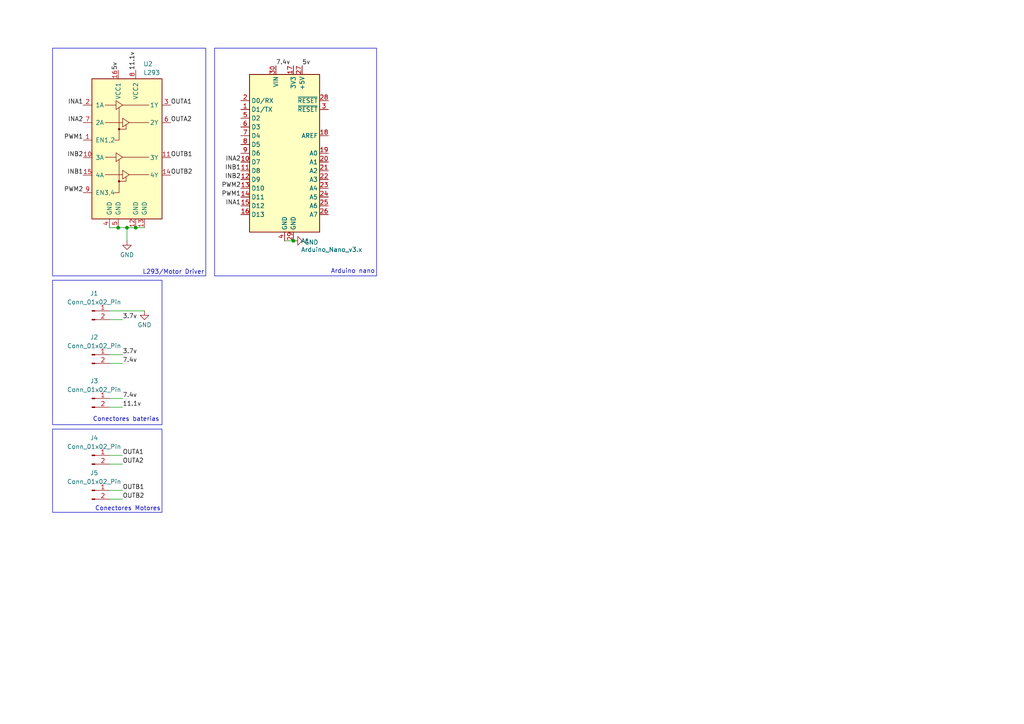
<source format=kicad_sch>
(kicad_sch (version 20231120) (generator "eeschema") (generator_version "8.0")
  (paper "A4")
  (lib_symbols
    (symbol "Connector:Conn_01x02_Pin" (pin_names (offset 1.016) hide)
      (property "Reference" "J" (at 0 2.54 0))
      (property "Value" "Conn_01x02_Pin" (at 0 -5.08 0))
      (symbol "Conn_01x02_Pin_1_1"
        (polyline (pts (xy 1.27 -2.54) (xy 0.8636 -2.54)) (stroke (width 0.1524)))
        (polyline (pts (xy 1.27 0) (xy 0.8636 0)) (stroke (width 0.1524)))
        (rectangle (start 0.8636 -2.413) (end 0 -2.667) (stroke (width 0.1524)) (fill (type outline)))
        (rectangle (start 0.8636 0.127) (end 0 -0.127) (stroke (width 0.1524)) (fill (type outline)))
        (pin passive line (at 5.08 0 180) (length 3.81) (name "Pin_1") (number "1"))
        (pin passive line (at 5.08 -2.54 180) (length 3.81) (name "Pin_2") (number "2"))
      )
    )
    (symbol "Driver_Motor:L293" (pin_names (offset 1.016))
      (property "Reference" "U" (at -5.08 26.035 0))
      (property "Value" "L293" (at -5.08 24.13 0))
      (symbol "L293_0_1"
        (rectangle (start -10.16 22.86) (end 10.16 -17.78) (stroke (width 0.254)) (fill (type background)))
        (circle (center -2.286 -6.858) (radius 0.254) (fill (type outline)))
        (circle (center -2.286 8.255) (radius 0.254) (fill (type outline)))
        (polyline (pts (xy -6.35 -4.953) (xy -1.27 -4.953)))
        (polyline (pts (xy -6.35 0.127) (xy -3.175 0.127)))
        (polyline (pts (xy -6.35 10.16) (xy -1.27 10.16)))
        (polyline (pts (xy -6.35 15.24) (xy -3.175 15.24)))
        (polyline (pts (xy -1.27 0.127) (xy 6.35 0.127)))
        (polyline (pts (xy -1.27 15.24) (xy 6.35 15.24)))
        (polyline (pts (xy 0.635 -4.953) (xy 6.35 -4.953)))
        (polyline (pts (xy 0.635 10.16) (xy 6.35 10.16)))
        (polyline (pts (xy -2.286 -6.858) (xy -0.254 -6.858) (xy -0.254 -5.588)))
        (polyline (pts (xy -2.286 -0.635) (xy -2.286 -10.16) (xy -3.556 -10.16)))
        (polyline (pts (xy -2.286 8.255) (xy -0.254 8.255) (xy -0.254 9.525)))
        (polyline (pts (xy -2.286 14.478) (xy -2.286 5.08) (xy -3.556 5.08)))
        (polyline (pts (xy -3.175 1.397) (xy -3.175 -1.143) (xy -1.27 0.127) (xy -3.175 1.397)))
        (polyline (pts (xy -3.175 16.51) (xy -3.175 13.97) (xy -1.27 15.24) (xy -3.175 16.51)))
        (polyline (pts (xy -1.27 -3.683) (xy -1.27 -6.223) (xy 0.635 -4.953) (xy -1.27 -3.683)))
        (polyline (pts (xy -1.27 11.43) (xy -1.27 8.89) (xy 0.635 10.16) (xy -1.27 11.43)))
      )
      (symbol "L293_1_1"
        (pin input line (at -12.7 5.08 0) (length 2.54) (name "EN1,2") (number "1"))
        (pin input line (at -12.7 0 0) (length 2.54) (name "3A") (number "10"))
        (pin output line (at 12.7 0 180) (length 2.54) (name "3Y") (number "11"))
        (pin power_in line (at 2.54 -20.32 90) (length 2.54) (name "GND") (number "12"))
        (pin power_in line (at 5.08 -20.32 90) (length 2.54) (name "GND") (number "13"))
        (pin output line (at 12.7 -5.08 180) (length 2.54) (name "4Y") (number "14"))
        (pin input line (at -12.7 -5.08 0) (length 2.54) (name "4A") (number "15"))
        (pin power_in line (at -2.54 25.4 270) (length 2.54) (name "VCC1") (number "16"))
        (pin input line (at -12.7 15.24 0) (length 2.54) (name "1A") (number "2"))
        (pin output line (at 12.7 15.24 180) (length 2.54) (name "1Y") (number "3"))
        (pin power_in line (at -5.08 -20.32 90) (length 2.54) (name "GND") (number "4"))
        (pin power_in line (at -2.54 -20.32 90) (length 2.54) (name "GND") (number "5"))
        (pin output line (at 12.7 10.16 180) (length 2.54) (name "2Y") (number "6"))
        (pin input line (at -12.7 10.16 0) (length 2.54) (name "2A") (number "7"))
        (pin power_in line (at 2.54 25.4 270) (length 2.54) (name "VCC2") (number "8"))
        (pin input line (at -12.7 -10.16 0) (length 2.54) (name "EN3,4") (number "9"))
      )
    )
    (symbol "MCU_Module:Arduino_Nano_v3.x"
      (property "Reference" "A" (at -10.16 23.495 0))
      (property "Value" "Arduino_Nano_v3.x" (at 5.08 -24.13 0))
      (symbol "Arduino_Nano_v3.x_0_1"
        (rectangle (start -10.16 22.86) (end 10.16 -22.86) (stroke (width 0.254)) (fill (type background)))
      )
      (symbol "Arduino_Nano_v3.x_1_1"
        (pin bidirectional line (at -12.7 12.7 0) (length 2.54) (name "D1/TX") (number "1"))
        (pin bidirectional line (at -12.7 -2.54 0) (length 2.54) (name "D7") (number "10"))
        (pin bidirectional line (at -12.7 -5.08 0) (length 2.54) (name "D8") (number "11"))
        (pin bidirectional line (at -12.7 -7.62 0) (length 2.54) (name "D9") (number "12"))
        (pin bidirectional line (at -12.7 -10.16 0) (length 2.54) (name "D10") (number "13"))
        (pin bidirectional line (at -12.7 -12.7 0) (length 2.54) (name "D11") (number "14"))
        (pin bidirectional line (at -12.7 -15.24 0) (length 2.54) (name "D12") (number "15"))
        (pin bidirectional line (at -12.7 -17.78 0) (length 2.54) (name "D13") (number "16"))
        (pin power_out line (at 2.54 25.4 270) (length 2.54) (name "3V3") (number "17"))
        (pin input line (at 12.7 5.08 180) (length 2.54) (name "AREF") (number "18"))
        (pin bidirectional line (at 12.7 0 180) (length 2.54) (name "A0") (number "19"))
        (pin bidirectional line (at -12.7 15.24 0) (length 2.54) (name "D0/RX") (number "2"))
        (pin bidirectional line (at 12.7 -2.54 180) (length 2.54) (name "A1") (number "20"))
        (pin bidirectional line (at 12.7 -5.08 180) (length 2.54) (name "A2") (number "21"))
        (pin bidirectional line (at 12.7 -7.62 180) (length 2.54) (name "A3") (number "22"))
        (pin bidirectional line (at 12.7 -10.16 180) (length 2.54) (name "A4") (number "23"))
        (pin bidirectional line (at 12.7 -12.7 180) (length 2.54) (name "A5") (number "24"))
        (pin bidirectional line (at 12.7 -15.24 180) (length 2.54) (name "A6") (number "25"))
        (pin bidirectional line (at 12.7 -17.78 180) (length 2.54) (name "A7") (number "26"))
        (pin power_out line (at 5.08 25.4 270) (length 2.54) (name "+5V") (number "27"))
        (pin input line (at 12.7 15.24 180) (length 2.54) (name "~{RESET}") (number "28"))
        (pin power_in line (at 2.54 -25.4 90) (length 2.54) (name "GND") (number "29"))
        (pin input line (at 12.7 12.7 180) (length 2.54) (name "~{RESET}") (number "3"))
        (pin power_in line (at -2.54 25.4 270) (length 2.54) (name "VIN") (number "30"))
        (pin power_in line (at 0 -25.4 90) (length 2.54) (name "GND") (number "4"))
        (pin bidirectional line (at -12.7 10.16 0) (length 2.54) (name "D2") (number "5"))
        (pin bidirectional line (at -12.7 7.62 0) (length 2.54) (name "D3") (number "6"))
        (pin bidirectional line (at -12.7 5.08 0) (length 2.54) (name "D4") (number "7"))
        (pin bidirectional line (at -12.7 2.54 0) (length 2.54) (name "D5") (number "8"))
        (pin bidirectional line (at -12.7 0 0) (length 2.54) (name "D6") (number "9"))
      )
    )
    (symbol "power:GND" (power) (pin_names (offset 0))
      (property "Value" "GND" (at 0 -3.81 0))
      (symbol "GND_0_1"
        (polyline (pts (xy 0 0) (xy 0 -1.27) (xy 1.27 -1.27) (xy 0 -2.54) (xy -1.27 -1.27) (xy 0 -1.27)))
      )
      (symbol "GND_1_1"
        (pin power_in line (at 0 0 270) (length 0) hide (name "GND") (number "1"))
      )
    )
  )
  (junction (at 39.37 66.04))
  (junction (at 34.29 66.04))
  (junction (at 85.09 69.85))
  (junction (at 36.83 66.04))
  (wire (pts (xy 35.56 102.87) (xy 31.75 102.87)))
  (wire (pts (xy 39.37 66.04) (xy 41.91 66.04)))
  (wire (pts (xy 41.91 90.17) (xy 31.75 90.17)))
  (wire (pts (xy 35.56 92.71) (xy 31.75 92.71)))
  (wire (pts (xy 35.56 134.62) (xy 31.75 134.62)))
  (wire (pts (xy 36.83 66.04) (xy 36.83 69.85)))
  (wire (pts (xy 35.56 142.24) (xy 31.75 142.24)))
  (wire (pts (xy 31.75 66.04) (xy 34.29 66.04)))
  (wire (pts (xy 34.29 66.04) (xy 36.83 66.04)))
  (wire (pts (xy 82.55 69.85) (xy 85.09 69.85)))
  (wire (pts (xy 35.56 105.41) (xy 31.75 105.41)))
  (wire (pts (xy 35.56 132.08) (xy 31.75 132.08)))
  (wire (pts (xy 35.56 118.11) (xy 31.75 118.11)))
  (wire (pts (xy 35.56 144.78) (xy 31.75 144.78)))
  (wire (pts (xy 36.83 66.04) (xy 39.37 66.04)))
  (wire (pts (xy 35.56 115.57) (xy 31.75 115.57)))
  (rectangle (start 15.24 124.46) (end 46.99 148.59))
  (rectangle (start 62.23 13.97) (end 109.22 80.01))
  (rectangle (start 15.24 13.97) (end 59.69 80.01))
  (rectangle (start 15.24 81.28) (end 46.99 123.19))
  (text "Conectores baterias" (at 36.576 121.666 0) (effects (font (size 1.27 1.27))))
  (text "Arduino nano\n" (at 102.362 78.74 0) (effects (font (size 1.27 1.27))))
  (text "Conectores Motores" (at 37.084 147.574 0) (effects (font (size 1.27 1.27))))
  (text "L293/Motor Driver" (at 50.292 78.994 0) (effects (font (size 1.27 1.27))))
  (label "OUTB1" (at 49.53 45.72 0))
  (label "OUTB1" (at 35.56 142.24 0))
  (label "PWM1" (at 69.85 57.15 180))
  (label "INB1" (at 24.13 50.8 180))
  (label "INB2" (at 24.13 45.72 180))
  (label "3.7v" (at 35.56 92.71 0))
  (label "INA2" (at 24.13 35.56 180))
  (label "INA1" (at 24.13 30.48 180))
  (label "5v" (at 87.63 19.05 0))
  (label "PWM2" (at 69.85 54.61 180))
  (label "7.4v" (at 35.56 105.41 0))
  (label "7.4v" (at 35.56 115.57 0))
  (label "11.1v" (at 39.37 20.32 90))
  (label "OUTA1" (at 49.53 30.48 0))
  (label "7.4v" (at 80.01 19.05 0))
  (label "OUTB2" (at 35.56 144.78 0))
  (label "OUTA2" (at 35.56 134.62 0))
  (label "11.1v" (at 35.56 118.11 0))
  (label "OUTB2" (at 49.53 50.8 0))
  (label "PWM2" (at 24.13 55.88 180))
  (label "INB1" (at 69.85 49.53 180))
  (label "INB2" (at 69.85 52.07 180))
  (label "OUTA1" (at 35.56 132.08 0))
  (label "3.7v" (at 35.56 102.87 0))
  (label "INA2" (at 69.85 46.99 180))
  (label "PWM1" (at 24.13 40.64 180))
  (label "OUTA2" (at 49.53 35.56 0))
  (label "INA1" (at 69.85 59.69 180))
  (label "5v" (at 34.29 20.32 90))
  (symbol (lib_id "Driver_Motor:L293") (at 36.83 45.72 0) (unit 1)
    (property "Reference" "U2" (at 41.5641 18.542 0) (effects (justify left)))
    (property "Value" "L293" (at 41.5641 21.082 0) (effects (justify left)))
    (property "Footprint" "Package_DIP:DIP-16_W7.62mm" (effects (hide yes)))
    (property "Datasheet" "http://www.ti.com/lit/ds/symlink/l293.pdf" (effects (hide yes)))
  )
  (symbol (lib_id "Connector:Conn_01x02_Pin") (at 26.67 132.08 0) (unit 1)
    (property "Reference" "J4" (at 27.305 127 0))
    (property "Value" "Conn_01x02_Pin" (at 27.305 129.54 0))
    (property "Footprint" "Connector_PinSocket_2.54mm:PinSocket_1x02_P2.54mm_Vertical" (effects (hide yes)))
    (property "Description" "Generic connector, single row, 01x02, script generated" (effects (hide yes)))
  )
  (symbol (lib_id "power:GND") (at 41.91 90.17 0) (unit 1)
    (property "Reference" "#PWR01" (effects (hide yes)))
    (property "Value" "GND" (at 41.91 94.234 0))
  )
  (symbol (lib_id "Connector:Conn_01x02_Pin") (at 26.67 102.87 0) (unit 1)
    (property "Reference" "J2" (at 27.305 97.79 0))
    (property "Value" "Conn_01x02_Pin" (at 27.305 100.33 0))
    (property "Footprint" "Connector_PinSocket_2.54mm:PinSocket_1x02_P2.54mm_Vertical" (effects (hide yes)))
    (property "Description" "Generic connector, single row, 01x02, script generated" (effects (hide yes)))
  )
  (symbol (lib_id "MCU_Module:Arduino_Nano_v3.x") (at 82.55 44.45 0) (unit 1)
    (property "Reference" "A1" (at 87.2841 69.85 0) (effects (justify left)))
    (property "Value" "Arduino_Nano_v3.x" (at 87.2841 72.39 0) (effects (justify left)))
    (property "Footprint" "Module:Arduino_Nano" (effects (hide yes)))
    (property "Datasheet" "http://www.mouser.com/pdfdocs/Gravitech_Arduino_Nano3_0.pdf" (effects (hide yes)))
  )
  (symbol (lib_id "Connector:Conn_01x02_Pin") (at 26.67 142.24 0) (unit 1)
    (property "Reference" "J5" (at 27.305 137.16 0))
    (property "Value" "Conn_01x02_Pin" (at 27.305 139.7 0))
    (property "Footprint" "Connector_PinSocket_2.54mm:PinSocket_1x02_P2.54mm_Vertical" (effects (hide yes)))
    (property "Description" "Generic connector, single row, 01x02, script generated" (effects (hide yes)))
  )
  (symbol (lib_id "Connector:Conn_01x02_Pin") (at 26.67 90.17 0) (unit 1)
    (property "Reference" "J1" (at 27.305 85.09 0))
    (property "Value" "Conn_01x02_Pin" (at 27.305 87.63 0))
    (property "Footprint" "Connector_PinSocket_2.54mm:PinSocket_1x02_P2.54mm_Vertical" (effects (hide yes)))
    (property "Description" "Generic connector, single row, 01x02, script generated" (effects (hide yes)))
  )
  (symbol (lib_id "power:GND") (at 36.83 69.85 0) (unit 1)
    (property "Reference" "#PWR011" (effects (hide yes)))
    (property "Value" "GND" (at 36.83 73.914 0))
  )
  (symbol (lib_id "Connector:Conn_01x02_Pin") (at 26.67 115.57 0) (unit 1)
    (property "Reference" "J3" (at 27.305 110.49 0))
    (property "Value" "Conn_01x02_Pin" (at 27.305 113.03 0))
    (property "Footprint" "Connector_PinSocket_2.54mm:PinSocket_1x02_P2.54mm_Vertical" (effects (hide yes)))
    (property "Description" "Generic connector, single row, 01x02, script generated" (effects (hide yes)))
  )
  (symbol (lib_id "power:GND") (at 85.09 69.85 90) (unit 1)
    (property "Reference" "#PWR02" (effects (hide yes)))
    (property "Value" "GND" (at 88.265 70.2838 90) (effects (justify right)))
  )
)
</source>
